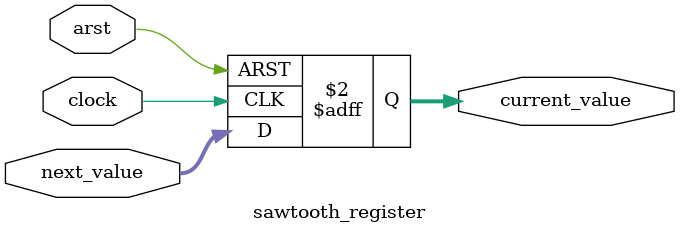
<source format=sv>
module async_sawtooth(
    input clock,
    input arst,
    input [7:0] increment,
    output [9:0] sawtooth_out
);
    // 内部信号
    wire [9:0] next_value;
    wire [9:0] current_value;
    
    // 实例化计算逻辑子模块
    sawtooth_calculator calc_unit (
        .current_value(current_value),
        .increment(increment),
        .next_value(next_value)
    );
    
    // 实例化寄存器子模块
    sawtooth_register reg_unit (
        .clock(clock),
        .arst(arst),
        .next_value(next_value),
        .current_value(current_value)
    );
    
    // 连接输出
    assign sawtooth_out = current_value;
    
endmodule

// 计算逻辑子模块 - 使用跳跃进位加法器
module sawtooth_calculator(
    input [9:0] current_value,
    input [7:0] increment,
    output [9:0] next_value
);
    // 扩展increment到10位
    wire [9:0] extended_increment = {2'b00, increment};
    
    // 定义生成(G)和传播(P)信号
    wire [9:0] G, P;
    // 跳跃进位信号
    wire [10:0] C;
    // 计算结果
    wire [9:0] sum;
    
    // 初始进位为0
    assign C[0] = 1'b0;
    
    // 生成G和P信号
    assign G = current_value & extended_increment;
    assign P = current_value ^ extended_increment;
    
    // 跳跃进位逻辑
    assign C[1] = G[0] | (P[0] & C[0]);
    assign C[2] = G[1] | (P[1] & G[0]) | (P[1] & P[0] & C[0]);
    assign C[3] = G[2] | (P[2] & G[1]) | (P[2] & P[1] & G[0]) | (P[2] & P[1] & P[0] & C[0]);
    assign C[4] = G[3] | (P[3] & C[3]);
    assign C[5] = G[4] | (P[4] & C[4]);
    assign C[6] = G[5] | (P[5] & C[5]);
    assign C[7] = G[6] | (P[6] & C[6]);
    assign C[8] = G[7] | (P[7] & C[7]);
    assign C[9] = G[8] | (P[8] & C[8]);
    assign C[10] = G[9] | (P[9] & C[9]);
    
    // 计算最终和
    assign sum = P ^ C[9:0];
    
    // 输出结果
    assign next_value = sum;
    
endmodule

// 寄存器子模块
module sawtooth_register(
    input clock,
    input arst,
    input [9:0] next_value,
    output reg [9:0] current_value
);
    // 寄存器逻辑
    always @(posedge clock or posedge arst) begin
        if (arst)
            current_value <= 10'h000;
        else
            current_value <= next_value;
    end
    
endmodule
</source>
